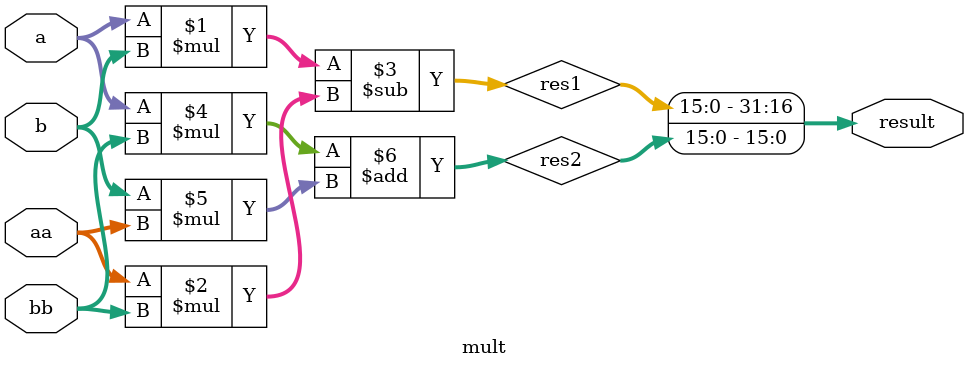
<source format=v>
`timescale 1ns / 1ps

module mult#(parameter n = 32)(
		input [(n/2)-1:0] a,aa,b,bb,
		output [n-1:0] result
    );
	 wire [(n/2)-1:0] res1,res2;
//(a+aa)(b+bb) = (ab - aa*bb) + (a*bb + b*aa)i
assign res1 = (a*b)-(aa*bb);
assign res2 = (a*bb)+(b*aa);
assign result = {res1,res2};

endmodule

</source>
